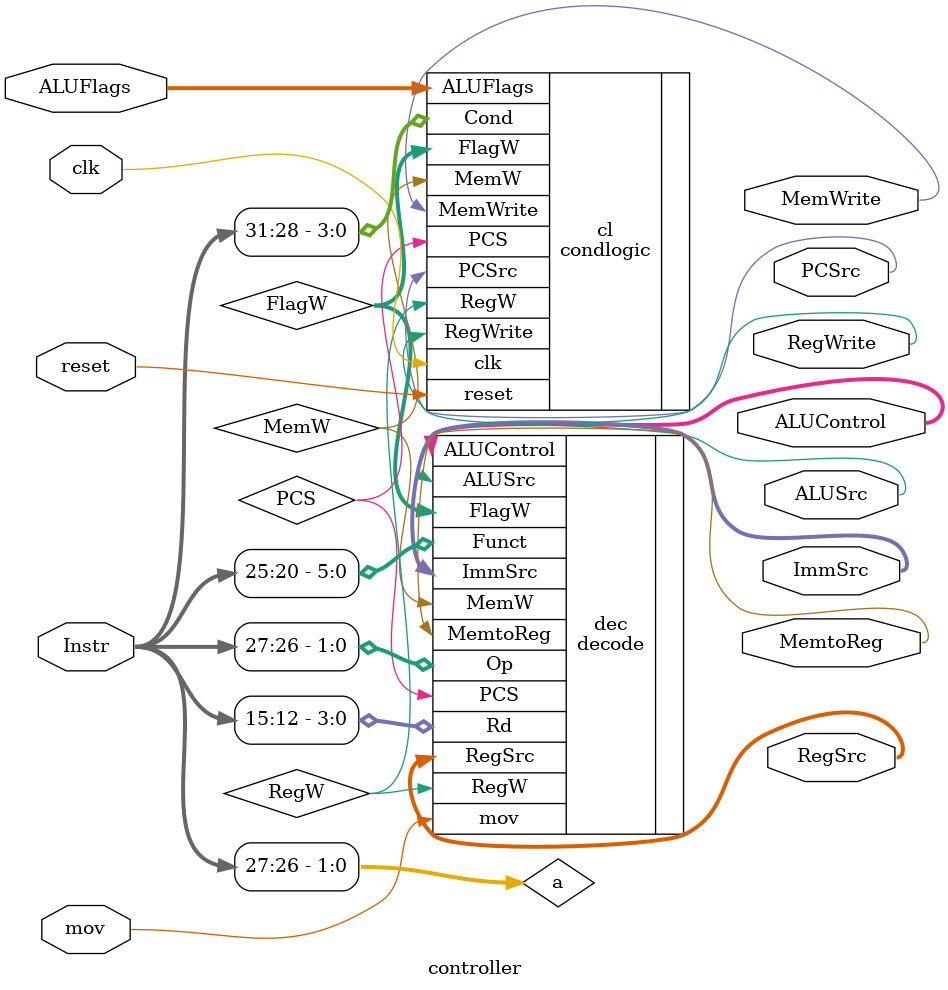
<source format=v>
module controller (
	clk,
	reset,
	Instr,
	mov,
	ALUFlags,
	RegSrc,
	RegWrite,
	ImmSrc,
	ALUSrc,
	ALUControl,
	MemWrite,
	MemtoReg,
	PCSrc
);
	input wire clk;
	input wire reset;
	input wire [31:12] Instr;
	input wire [3:0] ALUFlags;
	input wire mov;
	output wire [1:0] RegSrc;
	output wire RegWrite;
	output wire [1:0] ImmSrc;
	output wire ALUSrc;
	output wire [2:0] ALUControl;
	output wire MemWrite;
	output wire MemtoReg;
	output wire PCSrc;
	wire [1:0] FlagW;
	wire PCS;
	wire RegW;
	wire MemW;
	wire [1:0] a;
	
	assign a = Instr[27:26];
	
	decode dec(
		.Op(a),
		.Funct(Instr[25:20]),
		.Rd(Instr[15:12]),
		.FlagW(FlagW),
		.mov(mov),
		.PCS(PCS),
		.RegW(RegW),
		.MemW(MemW),
		.MemtoReg(MemtoReg),
		.ALUSrc(ALUSrc),
		.ImmSrc(ImmSrc),
		.RegSrc(RegSrc),
		.ALUControl(ALUControl)
	);
	condlogic cl(
		.clk(clk),
		.reset(reset),
		.Cond(Instr[31:28]),
		.ALUFlags(ALUFlags),
		.FlagW(FlagW),
		.PCS(PCS),
		.RegW(RegW),
		.MemW(MemW),
		.PCSrc(PCSrc),
		.RegWrite(RegWrite),
		.MemWrite(MemWrite)
	);
endmodule
</source>
